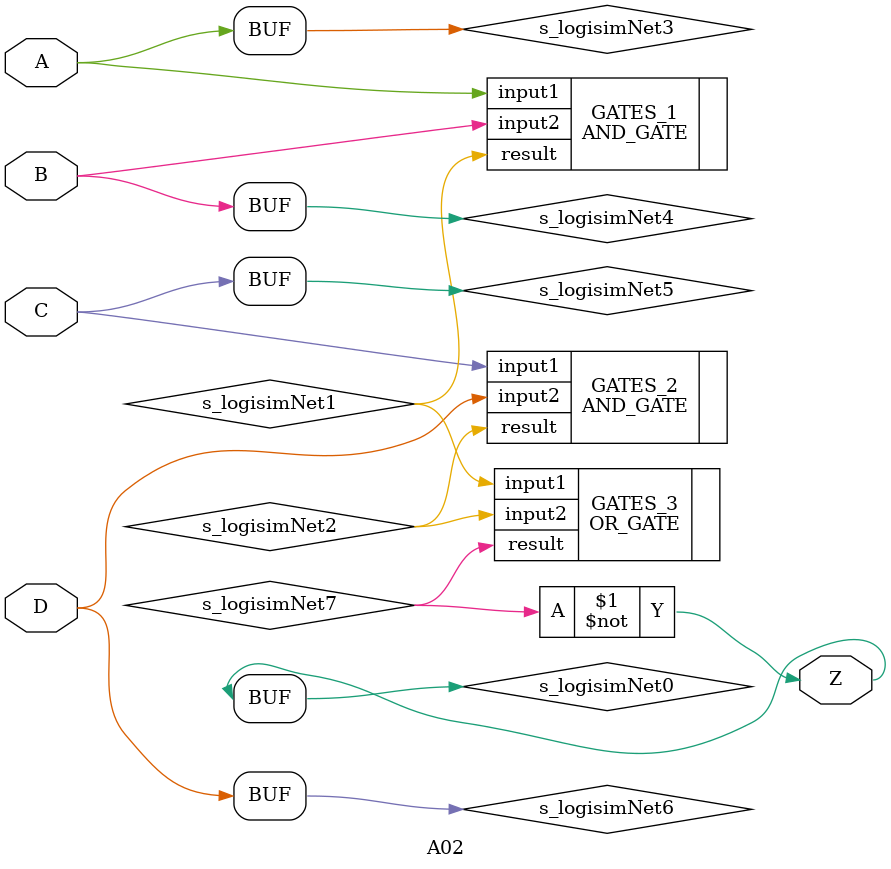
<source format=v>

/******************************************************************************
 ** Logisim-evolution goes FPGA automatic generated Verilog code             **
 ** https://github.com/logisim-evolution/                                    **
 **                                                                          **
 ** Component : A02                                                          **
 **                                                                          **
 *****************************************************************************/

module A02( A,
            B,
            C,
            D,
            Z );

   /*******************************************************************************
   ** The inputs are defined here                                                **
   *******************************************************************************/
   input A;
   input B;
   input C;
   input D;

   /*******************************************************************************
   ** The outputs are defined here                                               **
   *******************************************************************************/
   output Z;

   /*******************************************************************************
   ** The wires are defined here                                                 **
   *******************************************************************************/
   wire s_logisimNet0;
   wire s_logisimNet1;
   wire s_logisimNet2;
   wire s_logisimNet3;
   wire s_logisimNet4;
   wire s_logisimNet5;
   wire s_logisimNet6;
   wire s_logisimNet7;

   /*******************************************************************************
   ** The module functionality is described here                                 **
   *******************************************************************************/

   /*******************************************************************************
   ** Here all input connections are defined                                     **
   *******************************************************************************/
   assign s_logisimNet3 = A;
   assign s_logisimNet4 = B;
   assign s_logisimNet5 = C;
   assign s_logisimNet6 = D;

   /*******************************************************************************
   ** Here all output connections are defined                                    **
   *******************************************************************************/
   assign Z = s_logisimNet0;

   /*******************************************************************************
   ** Here all in-lined components are defined                                   **
   *******************************************************************************/

   // NOT Gate
   assign s_logisimNet0 = ~s_logisimNet7;

   /*******************************************************************************
   ** Here all normal components are defined                                     **
   *******************************************************************************/
   AND_GATE #(.BubblesMask(2'b00))
      GATES_1 (.input1(s_logisimNet3),
               .input2(s_logisimNet4),
               .result(s_logisimNet1));

   AND_GATE #(.BubblesMask(2'b00))
      GATES_2 (.input1(s_logisimNet5),
               .input2(s_logisimNet6),
               .result(s_logisimNet2));

   OR_GATE #(.BubblesMask(2'b00))
      GATES_3 (.input1(s_logisimNet1),
               .input2(s_logisimNet2),
               .result(s_logisimNet7));


endmodule

</source>
